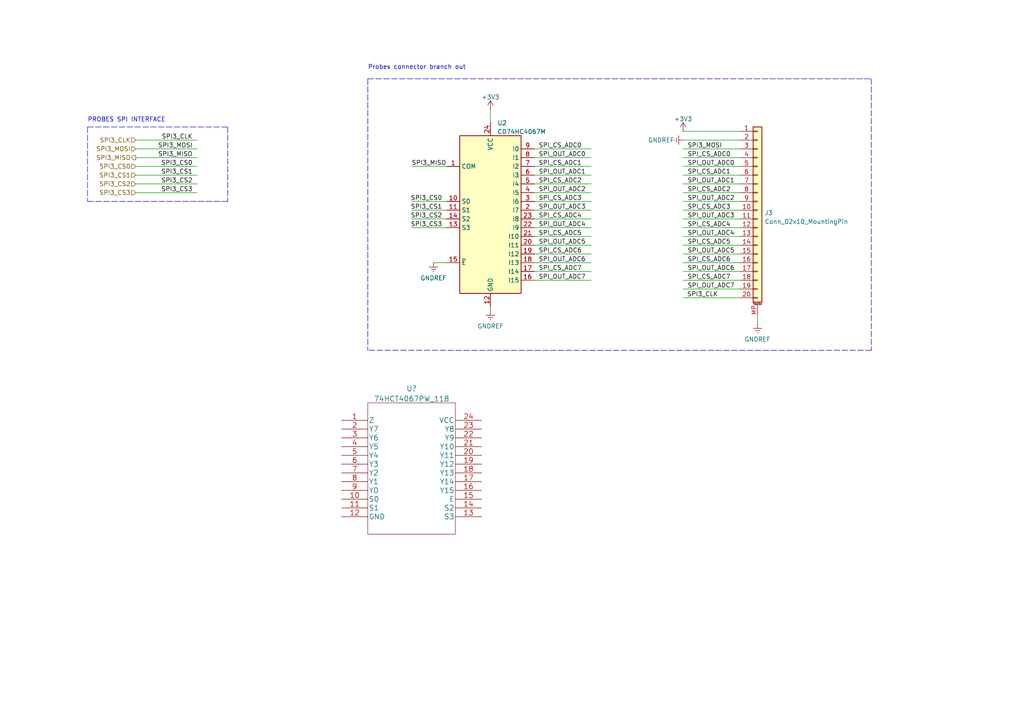
<source format=kicad_sch>
(kicad_sch (version 20211123) (generator eeschema)
  (paper "A4")
  (title_block (title "Misca PCB") (date "2022-06-17") (rev "A2") (company "Club SynapsÉTS") (comment 1 "Auteur : Jacques Veneziano"))
  (lib_symbols
    (symbol "74HCT4067PW-118:74HCT4067PW_118" (pin_names (offset 0.254))
      (property "Reference" "U" (at 20.32 10.16 0))
      (property "Value" "74HCT4067PW_118" (at 20.32 7.62 0))
      (symbol "74HCT4067PW_118_1_1"
        (polyline (pts (xy 7.62 -33.02) (xy 33.02 -33.02)) (stroke (width 0.127)))
        (polyline (pts (xy 7.62 5.08) (xy 7.62 -33.02)) (stroke (width 0.127)))
        (polyline (pts (xy 33.02 -33.02) (xy 33.02 5.08)) (stroke (width 0.127)))
        (polyline (pts (xy 33.02 5.08) (xy 7.62 5.08)) (stroke (width 0.127)))
        (pin bidirectional line (at 0 0 0) (length 7.62) (name "Z") (number "1"))
        (pin input line (at 0 -22.86 0) (length 7.62) (name "S0") (number "10"))
        (pin input line (at 0 -25.4 0) (length 7.62) (name "S1") (number "11"))
        (pin power_in line (at 0 -27.94 0) (length 7.62) (name "GND") (number "12"))
        (pin input line (at 40.64 -27.94 180) (length 7.62) (name "S3") (number "13"))
        (pin input line (at 40.64 -25.4 180) (length 7.62) (name "S2") (number "14"))
        (pin input line (at 40.64 -22.86 180) (length 7.62) (name "E") (number "15"))
        (pin bidirectional line (at 40.64 -20.32 180) (length 7.62) (name "Y15") (number "16"))
        (pin bidirectional line (at 40.64 -17.78 180) (length 7.62) (name "Y14") (number "17"))
        (pin bidirectional line (at 40.64 -15.24 180) (length 7.62) (name "Y13") (number "18"))
        (pin bidirectional line (at 40.64 -12.7 180) (length 7.62) (name "Y12") (number "19"))
        (pin bidirectional line (at 0 -2.54 0) (length 7.62) (name "Y7") (number "2"))
        (pin bidirectional line (at 40.64 -10.16 180) (length 7.62) (name "Y11") (number "20"))
        (pin bidirectional line (at 40.64 -7.62 180) (length 7.62) (name "Y10") (number "21"))
        (pin bidirectional line (at 40.64 -5.08 180) (length 7.62) (name "Y9") (number "22"))
        (pin bidirectional line (at 40.64 -2.54 180) (length 7.62) (name "Y8") (number "23"))
        (pin power_in line (at 40.64 0 180) (length 7.62) (name "VCC") (number "24"))
        (pin bidirectional line (at 0 -5.08 0) (length 7.62) (name "Y6") (number "3"))
        (pin bidirectional line (at 0 -7.62 0) (length 7.62) (name "Y5") (number "4"))
        (pin bidirectional line (at 0 -10.16 0) (length 7.62) (name "Y4") (number "5"))
        (pin bidirectional line (at 0 -12.7 0) (length 7.62) (name "Y3") (number "6"))
        (pin bidirectional line (at 0 -15.24 0) (length 7.62) (name "Y2") (number "7"))
        (pin bidirectional line (at 0 -17.78 0) (length 7.62) (name "Y1") (number "8"))
        (pin bidirectional line (at 0 -20.32 0) (length 7.62) (name "Y0") (number "9"))
      )
    )
    (symbol "74xx:CD74HC4067M"
      (property "Reference" "U" (at -8.89 22.86 0))
      (property "Value" "CD74HC4067M" (at 1.27 22.86 0))
      (symbol "CD74HC4067M_0_1"
        (rectangle (start -8.89 21.59) (end 8.89 -24.13) (stroke (width 0.254)) (fill (type background)))
      )
      (symbol "CD74HC4067M_1_1"
        (pin passive line (at -12.7 12.7 0) (length 3.81) (name "COM") (number "1"))
        (pin input line (at -12.7 2.54 0) (length 3.81) (name "S0") (number "10"))
        (pin input line (at -12.7 0 0) (length 3.81) (name "S1") (number "11"))
        (pin power_in line (at 0 -27.94 90) (length 3.81) (name "GND") (number "12"))
        (pin input line (at -12.7 -5.08 0) (length 3.81) (name "S3") (number "13"))
        (pin input line (at -12.7 -2.54 0) (length 3.81) (name "S2") (number "14"))
        (pin input line (at -12.7 -15.24 0) (length 3.81) (name "~{E}") (number "15"))
        (pin passive line (at 12.7 -20.32 180) (length 3.81) (name "I15") (number "16"))
        (pin passive line (at 12.7 -17.78 180) (length 3.81) (name "I14") (number "17"))
        (pin passive line (at 12.7 -15.24 180) (length 3.81) (name "I13") (number "18"))
        (pin passive line (at 12.7 -12.7 180) (length 3.81) (name "I12") (number "19"))
        (pin passive line (at 12.7 0 180) (length 3.81) (name "I7") (number "2"))
        (pin passive line (at 12.7 -10.16 180) (length 3.81) (name "I11") (number "20"))
        (pin passive line (at 12.7 -7.62 180) (length 3.81) (name "I10") (number "21"))
        (pin passive line (at 12.7 -5.08 180) (length 3.81) (name "I9") (number "22"))
        (pin passive line (at 12.7 -2.54 180) (length 3.81) (name "I8") (number "23"))
        (pin power_in line (at 0 25.4 270) (length 3.81) (name "VCC") (number "24"))
        (pin passive line (at 12.7 2.54 180) (length 3.81) (name "I6") (number "3"))
        (pin passive line (at 12.7 5.08 180) (length 3.81) (name "I5") (number "4"))
        (pin passive line (at 12.7 7.62 180) (length 3.81) (name "I4") (number "5"))
        (pin passive line (at 12.7 10.16 180) (length 3.81) (name "I3") (number "6"))
        (pin passive line (at 12.7 12.7 180) (length 3.81) (name "I2") (number "7"))
        (pin passive line (at 12.7 15.24 180) (length 3.81) (name "I1") (number "8"))
        (pin passive line (at 12.7 17.78 180) (length 3.81) (name "I0") (number "9"))
      )
    )
    (symbol "Connector_Generic_MountingPin:Conn_01x20_MountingPin" (pin_names (offset 1.016) hide)
      (property "Reference" "J" (at 0 25.4 0))
      (property "Value" "Conn_01x20_MountingPin" (at 1.27 -27.94 0))
      (symbol "Conn_01x20_MountingPin_1_1"
        (rectangle (start -1.27 -25.273) (end 0 -25.527) (stroke (width 0.1524)))
        (rectangle (start -1.27 -22.733) (end 0 -22.987) (stroke (width 0.1524)))
        (rectangle (start -1.27 -20.193) (end 0 -20.447) (stroke (width 0.1524)))
        (rectangle (start -1.27 -17.653) (end 0 -17.907) (stroke (width 0.1524)))
        (rectangle (start -1.27 -15.113) (end 0 -15.367) (stroke (width 0.1524)))
        (rectangle (start -1.27 -12.573) (end 0 -12.827) (stroke (width 0.1524)))
        (rectangle (start -1.27 -10.033) (end 0 -10.287) (stroke (width 0.1524)))
        (rectangle (start -1.27 -7.493) (end 0 -7.747) (stroke (width 0.1524)))
        (rectangle (start -1.27 -4.953) (end 0 -5.207) (stroke (width 0.1524)))
        (rectangle (start -1.27 -2.413) (end 0 -2.667) (stroke (width 0.1524)))
        (rectangle (start -1.27 0.127) (end 0 -0.127) (stroke (width 0.1524)))
        (rectangle (start -1.27 2.667) (end 0 2.413) (stroke (width 0.1524)))
        (rectangle (start -1.27 5.207) (end 0 4.953) (stroke (width 0.1524)))
        (rectangle (start -1.27 7.747) (end 0 7.493) (stroke (width 0.1524)))
        (rectangle (start -1.27 10.287) (end 0 10.033) (stroke (width 0.1524)))
        (rectangle (start -1.27 12.827) (end 0 12.573) (stroke (width 0.1524)))
        (rectangle (start -1.27 15.367) (end 0 15.113) (stroke (width 0.1524)))
        (rectangle (start -1.27 17.907) (end 0 17.653) (stroke (width 0.1524)))
        (rectangle (start -1.27 20.447) (end 0 20.193) (stroke (width 0.1524)))
        (rectangle (start -1.27 22.987) (end 0 22.733) (stroke (width 0.1524)))
        (rectangle (start -1.27 24.13) (end 1.27 -26.67) (stroke (width 0.254)) (fill (type background)))
        (polyline (pts (xy -1.016 -27.432) (xy 1.016 -27.432)) (stroke (width 0.1524)))
        (text "Mounting" (at 0 -27.051 0) (effects (font (size 0.381 0.381))))
        (pin passive line (at -5.08 22.86 0) (length 3.81) (name "Pin_1") (number "1"))
        (pin passive line (at -5.08 0 0) (length 3.81) (name "Pin_10") (number "10"))
        (pin passive line (at -5.08 -2.54 0) (length 3.81) (name "Pin_11") (number "11"))
        (pin passive line (at -5.08 -5.08 0) (length 3.81) (name "Pin_12") (number "12"))
        (pin passive line (at -5.08 -7.62 0) (length 3.81) (name "Pin_13") (number "13"))
        (pin passive line (at -5.08 -10.16 0) (length 3.81) (name "Pin_14") (number "14"))
        (pin passive line (at -5.08 -12.7 0) (length 3.81) (name "Pin_15") (number "15"))
        (pin passive line (at -5.08 -15.24 0) (length 3.81) (name "Pin_16") (number "16"))
        (pin passive line (at -5.08 -17.78 0) (length 3.81) (name "Pin_17") (number "17"))
        (pin passive line (at -5.08 -20.32 0) (length 3.81) (name "Pin_18") (number "18"))
        (pin passive line (at -5.08 -22.86 0) (length 3.81) (name "Pin_19") (number "19"))
        (pin passive line (at -5.08 20.32 0) (length 3.81) (name "Pin_2") (number "2"))
        (pin passive line (at -5.08 -25.4 0) (length 3.81) (name "Pin_20") (number "20"))
        (pin passive line (at -5.08 17.78 0) (length 3.81) (name "Pin_3") (number "3"))
        (pin passive line (at -5.08 15.24 0) (length 3.81) (name "Pin_4") (number "4"))
        (pin passive line (at -5.08 12.7 0) (length 3.81) (name "Pin_5") (number "5"))
        (pin passive line (at -5.08 10.16 0) (length 3.81) (name "Pin_6") (number "6"))
        (pin passive line (at -5.08 7.62 0) (length 3.81) (name "Pin_7") (number "7"))
        (pin passive line (at -5.08 5.08 0) (length 3.81) (name "Pin_8") (number "8"))
        (pin passive line (at -5.08 2.54 0) (length 3.81) (name "Pin_9") (number "9"))
        (pin passive line (at 0 -30.48 90) (length 3.048) (name "MountPin") (number "MP"))
      )
    )
    (symbol "power:+3.3V" (power) (pin_names (offset 0))
      (property "Value" "+3.3V" (at 0 3.556 0))
      (symbol "+3.3V_0_1"
        (polyline (pts (xy -0.762 1.27) (xy 0 2.54)))
        (polyline (pts (xy 0 0) (xy 0 2.54)))
        (polyline (pts (xy 0 2.54) (xy 0.762 1.27)))
      )
      (symbol "+3.3V_1_1"
        (pin power_in line (at 0 0 90) (length 0) hide (name "+3V3") (number "1"))
      )
    )
    (symbol "power:GNDREF" (power) (pin_names (offset 0))
      (property "Value" "GNDREF" (at 0 -3.81 0))
      (symbol "GNDREF_0_1"
        (polyline (pts (xy -0.635 -1.905) (xy 0.635 -1.905)))
        (polyline (pts (xy -0.127 -2.54) (xy 0.127 -2.54)))
        (polyline (pts (xy 0 -1.27) (xy 0 0)))
        (polyline (pts (xy 1.27 -1.27) (xy -1.27 -1.27)))
      )
      (symbol "GNDREF_1_1"
        (pin power_in line (at 0 0 270) (length 0) hide (name "GNDREF") (number "1"))
      )
    )
  )
  (wire (pts (xy 154.94 60.96) (xy 171.45 60.96)))
  (wire (pts (xy 198.12 55.88) (xy 214.63 55.88)))
  (wire (pts (xy 125.73 76.2) (xy 129.54 76.2)))
  (polyline (pts (xy 66.04 36.83) (xy 66.04 58.42)))
  (wire (pts (xy 154.94 43.18) (xy 171.45 43.18)))
  (wire (pts (xy 57.15 40.64) (xy 39.37 40.64)))
  (wire (pts (xy 154.94 45.72) (xy 171.45 45.72)))
  (wire (pts (xy 198.12 48.26) (xy 214.63 48.26)))
  (wire (pts (xy 57.15 55.88) (xy 39.37 55.88)))
  (wire (pts (xy 198.12 81.28) (xy 214.63 81.28)))
  (wire (pts (xy 198.12 43.18) (xy 214.63 43.18)))
  (wire (pts (xy 198.12 76.2) (xy 214.63 76.2)))
  (wire (pts (xy 154.94 50.8) (xy 171.45 50.8)))
  (wire (pts (xy 154.94 58.42) (xy 171.45 58.42)))
  (polyline (pts (xy 252.73 101.6) (xy 106.68 101.6)))
  (wire (pts (xy 198.12 58.42) (xy 214.63 58.42)))
  (polyline (pts (xy 106.68 22.86) (xy 106.68 101.6)))
  (wire (pts (xy 198.12 50.8) (xy 214.63 50.8)))
  (wire (pts (xy 219.71 91.44) (xy 219.71 93.98)))
  (wire (pts (xy 154.94 48.26) (xy 171.45 48.26)))
  (wire (pts (xy 57.15 53.34) (xy 39.37 53.34)))
  (wire (pts (xy 119.38 58.42) (xy 129.54 58.42)))
  (wire (pts (xy 198.12 53.34) (xy 214.63 53.34)))
  (polyline (pts (xy 252.73 22.86) (xy 252.73 101.6)))
  (wire (pts (xy 198.12 63.5) (xy 214.63 63.5)))
  (wire (pts (xy 198.12 86.36) (xy 214.63 86.36)))
  (wire (pts (xy 57.15 50.8) (xy 39.37 50.8)))
  (wire (pts (xy 154.94 73.66) (xy 171.45 73.66)))
  (wire (pts (xy 154.94 78.74) (xy 171.45 78.74)))
  (wire (pts (xy 198.12 60.96) (xy 214.63 60.96)))
  (polyline (pts (xy 25.4 36.83) (xy 25.4 58.42)))
  (wire (pts (xy 198.12 73.66) (xy 214.63 73.66)))
  (wire (pts (xy 154.94 63.5) (xy 171.45 63.5)))
  (wire (pts (xy 154.94 81.28) (xy 171.45 81.28)))
  (polyline (pts (xy 106.68 22.86) (xy 252.73 22.86)))
  (wire (pts (xy 198.12 66.04) (xy 214.63 66.04)))
  (wire (pts (xy 142.24 31.75) (xy 142.24 35.56)))
  (wire (pts (xy 154.94 66.04) (xy 171.45 66.04)))
  (wire (pts (xy 142.24 88.9) (xy 142.24 90.17)))
  (wire (pts (xy 119.38 48.26) (xy 129.54 48.26)))
  (wire (pts (xy 198.12 40.64) (xy 214.63 40.64)))
  (wire (pts (xy 154.94 71.12) (xy 171.45 71.12)))
  (wire (pts (xy 198.12 38.1) (xy 214.63 38.1)))
  (wire (pts (xy 154.94 55.88) (xy 171.45 55.88)))
  (wire (pts (xy 154.94 53.34) (xy 171.45 53.34)))
  (wire (pts (xy 57.15 43.18) (xy 39.37 43.18)))
  (wire (pts (xy 154.94 76.2) (xy 171.45 76.2)))
  (wire (pts (xy 198.12 71.12) (xy 214.63 71.12)))
  (wire (pts (xy 119.38 60.96) (xy 129.54 60.96)))
  (wire (pts (xy 198.12 78.74) (xy 214.63 78.74)))
  (wire (pts (xy 154.94 68.58) (xy 171.45 68.58)))
  (wire (pts (xy 119.38 63.5) (xy 129.54 63.5)))
  (wire (pts (xy 198.12 68.58) (xy 214.63 68.58)))
  (wire (pts (xy 57.15 45.72) (xy 39.37 45.72)))
  (polyline (pts (xy 25.4 36.83) (xy 66.04 36.83)))
  (wire (pts (xy 119.38 66.04) (xy 129.54 66.04)))
  (polyline (pts (xy 66.04 58.42) (xy 25.4 58.42)))
  (wire (pts (xy 198.12 45.72) (xy 214.63 45.72)))
  (wire (pts (xy 198.12 83.82) (xy 214.63 83.82)))
  (wire (pts (xy 57.15 48.26) (xy 39.37 48.26)))
  (text "Probes connector branch out\n" (at 106.68 20.32 0) (effects (font (size 1.27 1.27)) (justify left bottom)))
  (text "PROBES SPI INTERFACE" (at 25.4 35.56 0) (effects (font (size 1.27 1.27)) (justify left bottom)))
  (label "SPI3_CLK" (at 208.28 86.36 180))
  (label "SPI_CS_ADC0" (at 156.21 43.18 0))
  (label "SPI_OUT_ADC7" (at 199.39 83.82 0))
  (label "SPI_CS_ADC7" (at 199.39 81.28 0))
  (label "SPI_CS_ADC4" (at 156.21 63.5 0))
  (label "SPI_OUT_ADC6" (at 156.21 76.2 0))
  (label "SPI3_MOSI" (at 199.39 43.18 0))
  (label "SPI_OUT_ADC2" (at 199.39 58.42 0))
  (label "SPI_OUT_ADC3" (at 199.39 63.5 0))
  (label "SPI_CS_ADC6" (at 199.39 76.2 0))
  (label "SPI3_MISO" (at 55.88 45.72 180))
  (label "SPI_CS_ADC3" (at 199.39 60.96 0))
  (label "SPI_CS_ADC3" (at 156.21 58.42 0))
  (label "SPI_CS_ADC4" (at 199.39 66.04 0))
  (label "SPI3_MOSI" (at 55.88 43.18 180))
  (label "SPI_OUT_ADC3" (at 156.21 60.96 0))
  (label "SPI3_CS1" (at 128.27 60.96 180))
  (label "SPI_CS_ADC7" (at 156.21 78.74 0))
  (label "SPI_OUT_ADC7" (at 156.21 81.28 0))
  (label "SPI_CS_ADC1" (at 156.21 48.26 0))
  (label "SPI_CS_ADC0" (at 199.39 45.72 0))
  (label "SPI_OUT_ADC0" (at 199.39 48.26 0))
  (label "SPI_CS_ADC1" (at 199.39 50.8 0))
  (label "SPI_CS_ADC2" (at 199.39 55.88 0))
  (label "SPI_CS_ADC5" (at 199.39 71.12 0))
  (label "SPI3_CS3" (at 55.88 55.88 180))
  (label "SPI_OUT_ADC5" (at 156.21 71.12 0))
  (label "SPI_CS_ADC5" (at 156.21 68.58 0))
  (label "SPI_OUT_ADC4" (at 156.21 66.04 0))
  (label "SPI_OUT_ADC1" (at 156.21 50.8 0))
  (label "SPI3_CS0" (at 55.88 48.26 180))
  (label "SPI_OUT_ADC0" (at 156.21 45.72 0))
  (label "SPI3_CS1" (at 55.88 50.8 180))
  (label "SPI_OUT_ADC6" (at 199.39 78.74 0))
  (label "SPI_OUT_ADC1" (at 199.39 53.34 0))
  (label "SPI_OUT_ADC5" (at 199.39 73.66 0))
  (label "SPI3_MISO" (at 119.38 48.26 0))
  (label "SPI3_CS3" (at 128.27 66.04 180))
  (label "SPI_OUT_ADC4" (at 199.39 68.58 0))
  (label "SPI3_CS2" (at 128.27 63.5 180))
  (label "SPI3_CS0" (at 128.27 58.42 180))
  (label "SPI3_CS2" (at 55.88 53.34 180))
  (label "SPI3_CLK" (at 55.88 40.64 180))
  (label "SPI_OUT_ADC2" (at 156.21 55.88 0))
  (label "SPI_CS_ADC6" (at 156.21 73.66 0))
  (label "SPI_CS_ADC2" (at 156.21 53.34 0))
  (hierarchical_label "SPI3_CS1" (shape input) (at 39.37 50.8 180))
  (hierarchical_label "SPI3_MISO" (shape output) (at 39.37 45.72 180))
  (hierarchical_label "SPI3_CLK" (shape input) (at 39.37 40.64 180))
  (hierarchical_label "SPI3_CS0" (shape input) (at 39.37 48.26 180))
  (hierarchical_label "SPI3_MOSI" (shape input) (at 39.37 43.18 180))
  (hierarchical_label "SPI3_CS2" (shape input) (at 39.37 53.34 180))
  (hierarchical_label "SPI3_CS3" (shape input) (at 39.37 55.88 180))
  (symbol (lib_id "Connector_Generic_MountingPin:Conn_01x20_MountingPin") (at 219.71 60.96 0) (unit 1)
    (property "Reference" "J3" (at 221.742 61.7509 0) (effects (justify left)))
    (property "Value" "Conn_02x10_MountingPin" (at 221.742 64.2878 0) (effects (justify left)))
    (property "Footprint" "Connector_PinHeader_2.54mm:PinHeader_2x10_P2.54mm_Vertical_SMD" (effects hide))
    (property "Datasheet" "https://www.cnctech.us/pdfs/3020-XX-0300-00%20(9T).pdf" (effects hide))
    (property "MPN" "3020-20-0300-00" (effects hide))
    (property "Supplier Link" "https://www.digikey.ca/en/products/detail/cnc-tech/3020-20-0300-00/3441742" (effects hide))
  )
  (symbol (lib_id "power:GNDREF") (at 198.12 40.64 270) (unit 1)
    (property "Reference" "#PWR0101" (effects hide))
    (property "Value" "GNDREF" (at 187.96 40.64 90) (effects (justify left)))
  )
  (symbol (lib_id "power:+3.3V") (at 198.12 38.1 0) (unit 1)
    (property "Reference" "#PWR048" (effects hide))
    (property "Value" "+3.3V" (at 198.12 34.5242 0))
  )
  (symbol (lib_id "74HCT4067PW-118:74HCT4067PW_118") (at 99.06 121.92 0) (unit 1)
    (property "Reference" "U?" (at 119.38 112.6924 0) (effects (font (size 1.524 1.524))))
    (property "Value" "74HCT4067PW_118" (at 119.38 115.6858 0) (effects (font (size 1.524 1.524))))
    (property "Footprint" "74HCT4067PW-118:74HCT4067PW_118" (effects hide))
    (property "Datasheet" "https://assets.nexperia.com/documents/data-sheet/74HC_HCT4067.pdf" (effects hide))
    (property "MPN" "74HCT4067PW,118" (effects hide))
    (property "Supplier Link" "https://www.digikey.ca/en/products/detail/nexperia-usa-inc/74HCT4067PW-118/1230918" (effects hide))
  )
  (symbol (lib_id "power:GNDREF") (at 142.24 90.17 0) (unit 1)
    (property "Reference" "#PWR047" (effects hide))
    (property "Value" "GNDREF" (at 142.24 94.6134 0))
  )
  (symbol (lib_id "74xx:CD74HC4067M") (at 142.24 60.96 0) (unit 1)
    (property "Reference" "U2" (at 144.2594 35.6702 0) (effects (justify left)))
    (property "Value" "CD74HC4067M" (at 144.2594 38.2071 0) (effects (justify left)))
    (property "Footprint" "Package_SO:SOIC-24W_7.5x15.4mm_P1.27mm" (effects hide))
    (property "Datasheet" "http://www.ti.com/lit/ds/symlink/cd74hc4067.pdf" (effects hide))
  )
  (symbol (lib_id "power:GNDREF") (at 125.73 76.2 0) (unit 1)
    (property "Reference" "#PWR045" (effects hide))
    (property "Value" "GNDREF" (at 125.73 80.6434 0))
  )
  (symbol (lib_id "power:+3.3V") (at 142.24 31.75 0) (unit 1)
    (property "Reference" "#PWR046" (effects hide))
    (property "Value" "+3.3V" (at 142.24 28.1742 0))
  )
  (symbol (lib_id "power:GNDREF") (at 219.71 93.98 0) (unit 1)
    (property "Reference" "#PWR051" (effects hide))
    (property "Value" "GNDREF" (at 219.71 98.4234 0))
  )
)
</source>
